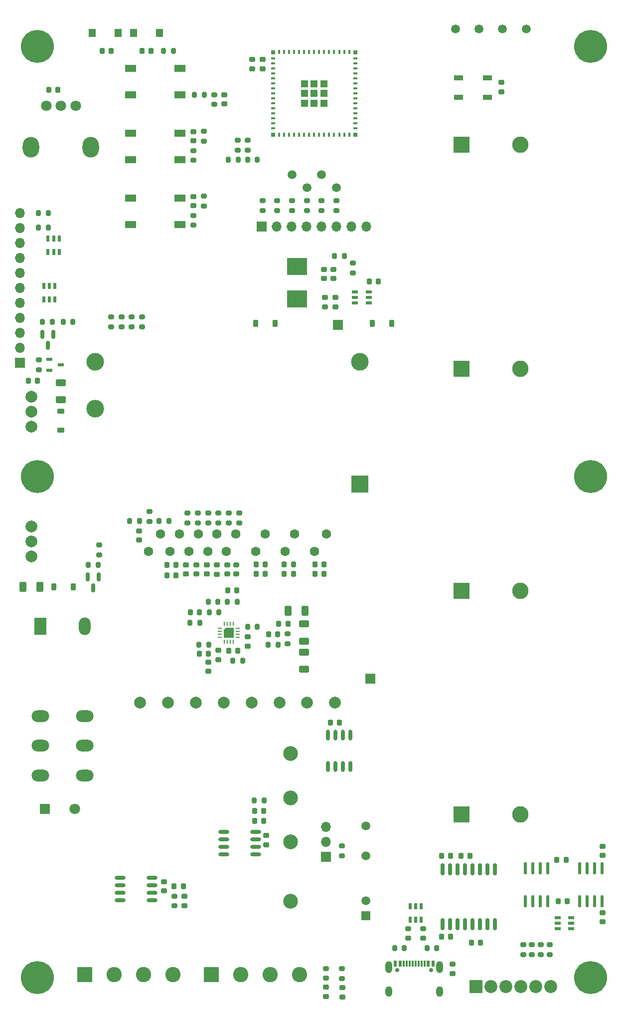
<source format=gbr>
%TF.GenerationSoftware,KiCad,Pcbnew,7.0.6*%
%TF.CreationDate,2023-12-09T00:06:22+01:00*%
%TF.ProjectId,MecProInverter,4d656350-726f-4496-9e76-65727465722e,rev?*%
%TF.SameCoordinates,Original*%
%TF.FileFunction,Soldermask,Top*%
%TF.FilePolarity,Negative*%
%FSLAX46Y46*%
G04 Gerber Fmt 4.6, Leading zero omitted, Abs format (unit mm)*
G04 Created by KiCad (PCBNEW 7.0.6) date 2023-12-09 00:06:22*
%MOMM*%
%LPD*%
G01*
G04 APERTURE LIST*
G04 Aperture macros list*
%AMRoundRect*
0 Rectangle with rounded corners*
0 $1 Rounding radius*
0 $2 $3 $4 $5 $6 $7 $8 $9 X,Y pos of 4 corners*
0 Add a 4 corners polygon primitive as box body*
4,1,4,$2,$3,$4,$5,$6,$7,$8,$9,$2,$3,0*
0 Add four circle primitives for the rounded corners*
1,1,$1+$1,$2,$3*
1,1,$1+$1,$4,$5*
1,1,$1+$1,$6,$7*
1,1,$1+$1,$8,$9*
0 Add four rect primitives between the rounded corners*
20,1,$1+$1,$2,$3,$4,$5,0*
20,1,$1+$1,$4,$5,$6,$7,0*
20,1,$1+$1,$6,$7,$8,$9,0*
20,1,$1+$1,$8,$9,$2,$3,0*%
%AMFreePoly0*
4,1,6,0.850038,-0.850038,-0.849987,-0.850038,-0.849987,0.499975,-0.499975,0.849987,0.850038,0.849987,0.850038,-0.850038,0.850038,-0.850038,$1*%
G04 Aperture macros list end*
%ADD10RoundRect,0.225000X-0.250000X0.225000X-0.250000X-0.225000X0.250000X-0.225000X0.250000X0.225000X0*%
%ADD11RoundRect,0.218750X0.256250X-0.218750X0.256250X0.218750X-0.256250X0.218750X-0.256250X-0.218750X0*%
%ADD12C,1.500000*%
%ADD13RoundRect,0.225000X0.250000X-0.225000X0.250000X0.225000X-0.250000X0.225000X-0.250000X-0.225000X0*%
%ADD14RoundRect,0.200000X0.200000X0.275000X-0.200000X0.275000X-0.200000X-0.275000X0.200000X-0.275000X0*%
%ADD15RoundRect,0.218750X-0.256250X0.218750X-0.256250X-0.218750X0.256250X-0.218750X0.256250X0.218750X0*%
%ADD16RoundRect,0.225000X-0.225000X-0.250000X0.225000X-0.250000X0.225000X0.250000X-0.225000X0.250000X0*%
%ADD17RoundRect,0.200000X0.275000X-0.200000X0.275000X0.200000X-0.275000X0.200000X-0.275000X-0.200000X0*%
%ADD18RoundRect,0.218750X-0.218750X-0.256250X0.218750X-0.256250X0.218750X0.256250X-0.218750X0.256250X0*%
%ADD19RoundRect,0.225000X0.225000X0.250000X-0.225000X0.250000X-0.225000X-0.250000X0.225000X-0.250000X0*%
%ADD20C,2.000000*%
%ADD21R,1.500000X1.500000*%
%ADD22RoundRect,0.200000X-0.275000X0.200000X-0.275000X-0.200000X0.275000X-0.200000X0.275000X0.200000X0*%
%ADD23R,0.532004X1.072009*%
%ADD24R,1.900000X1.300000*%
%ADD25RoundRect,0.250000X0.312500X0.625000X-0.312500X0.625000X-0.312500X-0.625000X0.312500X-0.625000X0*%
%ADD26R,1.700000X1.700000*%
%ADD27O,1.700000X1.700000*%
%ADD28RoundRect,0.250000X0.625000X-0.312500X0.625000X0.312500X-0.625000X0.312500X-0.625000X-0.312500X0*%
%ADD29RoundRect,0.150000X-0.150000X0.587500X-0.150000X-0.587500X0.150000X-0.587500X0.150000X0.587500X0*%
%ADD30C,3.600000*%
%ADD31C,5.600000*%
%ADD32R,1.500000X0.900000*%
%ADD33RoundRect,0.250000X-0.625000X0.312500X-0.625000X-0.312500X0.625000X-0.312500X0.625000X0.312500X0*%
%ADD34O,3.000000X2.000000*%
%ADD35R,2.000000X3.000000*%
%ADD36O,2.000000X3.000000*%
%ADD37R,1.070003X0.532004*%
%ADD38RoundRect,0.225000X0.225000X0.375000X-0.225000X0.375000X-0.225000X-0.375000X0.225000X-0.375000X0*%
%ADD39RoundRect,0.200000X-0.200000X-0.275000X0.200000X-0.275000X0.200000X0.275000X-0.200000X0.275000X0*%
%ADD40R,2.600000X2.600000*%
%ADD41C,2.600000*%
%ADD42RoundRect,0.225000X-0.225000X-0.375000X0.225000X-0.375000X0.225000X0.375000X-0.225000X0.375000X0*%
%ADD43R,1.229997X1.359995*%
%ADD44R,1.072009X0.532004*%
%ADD45RoundRect,0.218750X0.218750X0.256250X-0.218750X0.256250X-0.218750X-0.256250X0.218750X-0.256250X0*%
%ADD46R,2.200000X2.200000*%
%ADD47C,2.200000*%
%ADD48C,0.700025*%
%ADD49R,0.600000X1.100000*%
%ADD50R,0.300000X1.100000*%
%ADD51O,1.200000X2.000000*%
%ADD52O,1.200000X1.800000*%
%ADD53RoundRect,0.150000X0.150000X-0.875000X0.150000X0.875000X-0.150000X0.875000X-0.150000X-0.875000X0*%
%ADD54O,0.588011X2.045009*%
%ADD55O,1.864999X0.629997*%
%ADD56R,0.800000X0.280010*%
%ADD57R,0.280010X0.800000*%
%ADD58FreePoly0,0.000000*%
%ADD59C,1.800000*%
%ADD60O,2.800000X3.500000*%
%ADD61R,3.500000X2.950000*%
%ADD62O,0.629997X1.864999*%
%ADD63R,0.800000X0.400000*%
%ADD64R,0.400000X0.800000*%
%ADD65R,0.800000X0.800000*%
%ADD66R,1.200000X1.200000*%
%ADD67RoundRect,0.225000X-0.375000X0.225000X-0.375000X-0.225000X0.375000X-0.225000X0.375000X0.225000X0*%
%ADD68R,3.000000X3.000000*%
%ADD69C,3.000000*%
%ADD70R,1.800000X1.800000*%
%ADD71R,2.794000X2.794000*%
%ADD72C,2.794000*%
%ADD73C,1.600000*%
%ADD74C,2.500000*%
G04 APERTURE END LIST*
D10*
%TO.C,C49*%
X195000000Y-204975000D03*
X195000000Y-206525000D03*
%TD*%
D11*
%TO.C,D3V3*%
X150800000Y-219287500D03*
X150800000Y-217712500D03*
%TD*%
D12*
%TO.C,TP1*%
X142250000Y-79750000D03*
%TD*%
D13*
%TO.C,C23*%
X137250000Y-61775000D03*
X137250000Y-60225000D03*
%TD*%
D14*
%TO.C,R19*%
X101500000Y-104750000D03*
X99850000Y-104750000D03*
%TD*%
D15*
%TO.C,D8*%
X128000000Y-162462500D03*
X128000000Y-164037500D03*
%TD*%
D16*
%TO.C,C35*%
X167627000Y-195326000D03*
X169177000Y-195326000D03*
%TD*%
D10*
%TO.C,C25*%
X147700000Y-95825000D03*
X147700000Y-97375000D03*
%TD*%
D13*
%TO.C,C22*%
X149600000Y-102175000D03*
X149600000Y-100625000D03*
%TD*%
D17*
%TO.C,R57*%
X99250000Y-112825000D03*
X99250000Y-111175000D03*
%TD*%
D18*
%TO.C,D9*%
X135864500Y-189428000D03*
X137439500Y-189428000D03*
%TD*%
D19*
%TO.C,C18*%
X137675000Y-147500000D03*
X136125000Y-147500000D03*
%TD*%
D17*
%TO.C,R29*%
X111500000Y-105575000D03*
X111500000Y-103925000D03*
%TD*%
D20*
%TO.C,Fan1*%
X98000000Y-122540005D03*
X98000000Y-120000000D03*
X98000000Y-117459995D03*
%TD*%
D21*
%TO.C,U12*%
X154750000Y-205500000D03*
D12*
X154750000Y-202960000D03*
X154750000Y-195340000D03*
X154750000Y-190260000D03*
%TD*%
D22*
%TO.C,R26*%
X137250000Y-84175000D03*
X137250000Y-85825000D03*
%TD*%
D23*
%TO.C,U20*%
X100050038Y-100899098D03*
X101000000Y-100899098D03*
X101949962Y-100899098D03*
X101949962Y-98600902D03*
X101000000Y-98600902D03*
X100050038Y-98600902D03*
%TD*%
D10*
%TO.C,C11*%
X129500000Y-146000000D03*
X129500000Y-147550000D03*
%TD*%
%TO.C,C5*%
X177800000Y-64125000D03*
X177800000Y-65675000D03*
%TD*%
D14*
%TO.C,R23*%
X122075000Y-58750000D03*
X120425000Y-58750000D03*
%TD*%
D24*
%TO.C,SW2*%
X114799924Y-72749987D03*
X123199975Y-72749987D03*
X114799924Y-77249860D03*
X123199975Y-77249860D03*
%TD*%
D25*
%TO.C,R64*%
X144462500Y-153750000D03*
X141537500Y-153750000D03*
%TD*%
D23*
%TO.C,U14*%
X162300038Y-206149098D03*
X163250000Y-206149098D03*
X164199962Y-206149098D03*
X164199962Y-203850902D03*
X163250000Y-203850902D03*
X162300038Y-203850902D03*
%TD*%
D12*
%TO.C,TP2*%
X144750000Y-82000000D03*
%TD*%
D17*
%TO.C,R54*%
X144750000Y-85825000D03*
X144750000Y-84175000D03*
%TD*%
%TO.C,R4*%
X133000000Y-75575000D03*
X133000000Y-73925000D03*
%TD*%
D26*
%TO.C,J7*%
X96000000Y-111700000D03*
D27*
X96000000Y-109160000D03*
X96000000Y-106620000D03*
X96000000Y-104080000D03*
X96000000Y-101540000D03*
X96000000Y-99000000D03*
X96000000Y-96460000D03*
X96000000Y-93920000D03*
X96000000Y-91380000D03*
X96000000Y-88840000D03*
X96000000Y-86300000D03*
%TD*%
D16*
%TO.C,C54*%
X131300000Y-150250000D03*
X132850000Y-150250000D03*
%TD*%
D28*
%TO.C,R63*%
X144250000Y-163675000D03*
X144250000Y-160750000D03*
%TD*%
D13*
%TO.C,C45*%
X120500000Y-201275000D03*
X120500000Y-199725000D03*
%TD*%
D29*
%TO.C,Q1*%
X109400000Y-148000000D03*
X107500000Y-148000000D03*
X108450000Y-149875000D03*
%TD*%
D13*
%TO.C,C30*%
X125500000Y-85025000D03*
X125500000Y-83475000D03*
%TD*%
D14*
%TO.C,R62*%
X126575000Y-155750000D03*
X124925000Y-155750000D03*
%TD*%
D30*
%TO.C,H1*%
X99000000Y-216000000D03*
D31*
X99000000Y-216000000D03*
%TD*%
D16*
%TO.C,C56*%
X126475000Y-161000000D03*
X128025000Y-161000000D03*
%TD*%
D32*
%TO.C,D3*%
X170550000Y-63350000D03*
X170550000Y-66650000D03*
X175450000Y-66650000D03*
X175450000Y-63350000D03*
%TD*%
D17*
%TO.C,R49*%
X181500000Y-212075000D03*
X181500000Y-210425000D03*
%TD*%
D22*
%TO.C,R50*%
X183000000Y-210425000D03*
X183000000Y-212075000D03*
%TD*%
D33*
%TO.C,R31*%
X103000000Y-115037500D03*
X103000000Y-117962500D03*
%TD*%
D12*
%TO.C,TP3*%
X147250000Y-79750000D03*
%TD*%
D34*
%TO.C,K2*%
X107000000Y-176650000D03*
X99500000Y-176650000D03*
X107000000Y-171610000D03*
X99500000Y-171610000D03*
X107000000Y-181690000D03*
X99500000Y-181690000D03*
D35*
X99500000Y-156350000D03*
D36*
X107000000Y-156350000D03*
%TD*%
D20*
%TO.C,Fan2*%
X98000000Y-144540005D03*
X98000000Y-142000000D03*
X98000000Y-139459995D03*
%TD*%
D22*
%TO.C,R14*%
X148000000Y-214425000D03*
X148000000Y-216075000D03*
%TD*%
D37*
%TO.C,U18*%
X101009779Y-111050038D03*
X101009779Y-112949962D03*
X102990221Y-112000000D03*
%TD*%
D38*
%TO.C,D6*%
X139400000Y-105000000D03*
X136100000Y-105000000D03*
%TD*%
D39*
%TO.C,R66*%
X165175000Y-211000000D03*
X166825000Y-211000000D03*
%TD*%
D24*
%TO.C,SW1*%
X114799924Y-61749987D03*
X123199975Y-61749987D03*
X114799924Y-66249860D03*
X123199975Y-66249860D03*
%TD*%
D17*
%TO.C,R8*%
X128000000Y-138825000D03*
X128000000Y-137175000D03*
%TD*%
D40*
%TO.C,J4*%
X128500000Y-215500000D03*
D41*
X133500000Y-215500000D03*
X138500000Y-215500000D03*
X143500000Y-215500000D03*
%TD*%
D14*
%TO.C,R11*%
X151125000Y-93600000D03*
X149475000Y-93600000D03*
%TD*%
D19*
%TO.C,C41*%
X137427000Y-187678000D03*
X135877000Y-187678000D03*
%TD*%
D42*
%TO.C,D4*%
X101800000Y-149687500D03*
X105100000Y-149687500D03*
%TD*%
D22*
%TO.C,R51*%
X184500000Y-210425000D03*
X184500000Y-212075000D03*
%TD*%
D30*
%TO.C,H6*%
X193000000Y-58000000D03*
D31*
X193000000Y-58000000D03*
%TD*%
D13*
%TO.C,C38*%
X134750000Y-159750000D03*
X134750000Y-158200000D03*
%TD*%
D39*
%TO.C,R35*%
X132175000Y-162250000D03*
X133825000Y-162250000D03*
%TD*%
D13*
%TO.C,C43*%
X137850000Y-193430004D03*
X137850000Y-191880004D03*
%TD*%
D39*
%TO.C,R41*%
X114675000Y-138500000D03*
X116325000Y-138500000D03*
%TD*%
D16*
%TO.C,C24*%
X155350000Y-97900000D03*
X156900000Y-97900000D03*
%TD*%
D19*
%TO.C,C55*%
X139800000Y-157750000D03*
X138250000Y-157750000D03*
%TD*%
D43*
%TO.C,Reset*%
X115315088Y-55750000D03*
X119684912Y-55750000D03*
%TD*%
D44*
%TO.C,U5*%
X152950902Y-99650038D03*
X152950902Y-100600000D03*
X152950902Y-101549962D03*
X155249098Y-101549962D03*
X155249098Y-100600000D03*
X155249098Y-99650038D03*
%TD*%
D22*
%TO.C,R17*%
X127250000Y-83425000D03*
X127250000Y-85075000D03*
%TD*%
D19*
%TO.C,C31*%
X111525000Y-58750000D03*
X109975000Y-58750000D03*
%TD*%
D17*
%TO.C,R10*%
X124500000Y-138825000D03*
X124500000Y-137175000D03*
%TD*%
D39*
%TO.C,R40*%
X119675000Y-138500000D03*
X121325000Y-138500000D03*
%TD*%
D17*
%TO.C,R58*%
X113250000Y-105575000D03*
X113250000Y-103925000D03*
%TD*%
D39*
%TO.C,R2*%
X99175000Y-86250000D03*
X100825000Y-86250000D03*
%TD*%
D45*
%TO.C,D10*%
X123787500Y-200500000D03*
X122212500Y-200500000D03*
%TD*%
D22*
%TO.C,R27*%
X139750000Y-84175000D03*
X139750000Y-85825000D03*
%TD*%
D46*
%TO.C,J3*%
X173460000Y-217500000D03*
D47*
X176000000Y-217500000D03*
X178540000Y-217500000D03*
X181080000Y-217500000D03*
X183620000Y-217500000D03*
X186160000Y-217500000D03*
%TD*%
D13*
%TO.C,C37*%
X169500000Y-215275000D03*
X169500000Y-213725000D03*
%TD*%
D30*
%TO.C,H5*%
X99000000Y-58000000D03*
D31*
X99000000Y-58000000D03*
%TD*%
D48*
%TO.C,U3*%
X160110109Y-214695072D03*
X165890145Y-214695072D03*
D49*
X159799975Y-213624968D03*
X160600076Y-213624968D03*
D50*
X161250064Y-213624968D03*
X161750191Y-213624968D03*
X162250064Y-213624968D03*
X162749936Y-213624968D03*
X163250064Y-213624968D03*
X163749936Y-213624968D03*
X164250064Y-213624968D03*
X164750191Y-213624968D03*
D49*
X165400178Y-213624968D03*
X166200025Y-213624968D03*
D51*
X158675006Y-214174879D03*
D52*
X158675006Y-218375032D03*
D51*
X167324994Y-214174879D03*
D52*
X167324994Y-218375032D03*
%TD*%
D19*
%TO.C,C32*%
X99025000Y-114750000D03*
X97475000Y-114750000D03*
%TD*%
D53*
%TO.C,U2*%
X167805000Y-206900000D03*
X169075000Y-206900000D03*
X170345000Y-206900000D03*
X171615000Y-206900000D03*
X172885000Y-206900000D03*
X174155000Y-206900000D03*
X175425000Y-206900000D03*
X176695000Y-206900000D03*
X176695000Y-197600000D03*
X175425000Y-197600000D03*
X174155000Y-197600000D03*
X172885000Y-197600000D03*
X171615000Y-197600000D03*
X170345000Y-197600000D03*
X169075000Y-197600000D03*
X167805000Y-197600000D03*
%TD*%
D22*
%TO.C,R37*%
X162000000Y-207675000D03*
X162000000Y-209325000D03*
%TD*%
%TO.C,R36*%
X164500000Y-207675000D03*
X164500000Y-209325000D03*
%TD*%
D54*
%TO.C,U15*%
X185655004Y-197477584D03*
X184385001Y-197477584D03*
X183114999Y-197477584D03*
X181844996Y-197477584D03*
X181844996Y-203022416D03*
X183114999Y-203022416D03*
X184385001Y-203022416D03*
X185655004Y-203022416D03*
%TD*%
D17*
%TO.C,R55*%
X147250000Y-85825000D03*
X147250000Y-84175000D03*
%TD*%
D19*
%TO.C,C20*%
X122525000Y-147750000D03*
X120975000Y-147750000D03*
%TD*%
D16*
%TO.C,C39*%
X131475000Y-160500000D03*
X133025000Y-160500000D03*
%TD*%
D17*
%TO.C,R15*%
X129000000Y-67825000D03*
X129000000Y-66175000D03*
%TD*%
D54*
%TO.C,U16*%
X194905004Y-197477584D03*
X193635001Y-197477584D03*
X192364999Y-197477584D03*
X191094996Y-197477584D03*
X191094996Y-203022416D03*
X192364999Y-203022416D03*
X193635001Y-203022416D03*
X194905004Y-203022416D03*
%TD*%
D17*
%TO.C,R53*%
X142250000Y-85825000D03*
X142250000Y-84175000D03*
%TD*%
D30*
%TO.C,H4*%
X99000000Y-131000000D03*
D31*
X99000000Y-131000000D03*
%TD*%
D25*
%TO.C,R18*%
X99412500Y-149687500D03*
X96487500Y-149687500D03*
%TD*%
D22*
%TO.C,R44*%
X122250000Y-202175000D03*
X122250000Y-203825000D03*
%TD*%
D19*
%TO.C,C7*%
X118275000Y-58750000D03*
X116725000Y-58750000D03*
%TD*%
D22*
%TO.C,R30*%
X116750000Y-103925000D03*
X116750000Y-105575000D03*
%TD*%
D17*
%TO.C,R48*%
X109450000Y-144262500D03*
X109450000Y-142612500D03*
%TD*%
D24*
%TO.C,SW3*%
X114799924Y-83749987D03*
X123199975Y-83749987D03*
X114799924Y-88249860D03*
X123199975Y-88249860D03*
%TD*%
D26*
%TO.C,J8*%
X155500000Y-165250000D03*
%TD*%
D39*
%TO.C,R33*%
X131250000Y-152250000D03*
X132900000Y-152250000D03*
%TD*%
D23*
%TO.C,U19*%
X100800038Y-92899098D03*
X101750000Y-92899098D03*
X102699962Y-92899098D03*
X102699962Y-90600902D03*
X101750000Y-90600902D03*
X100800038Y-90600902D03*
%TD*%
D13*
%TO.C,C29*%
X125500000Y-74025000D03*
X125500000Y-72475000D03*
%TD*%
D28*
%TO.C,R46*%
X144250000Y-158925000D03*
X144250000Y-156000000D03*
%TD*%
D13*
%TO.C,C42*%
X124000000Y-203775000D03*
X124000000Y-202225000D03*
%TD*%
D12*
%TO.C,TP5*%
X182000000Y-55000000D03*
%TD*%
D22*
%TO.C,R16*%
X127250000Y-72425000D03*
X127250000Y-74075000D03*
%TD*%
D14*
%TO.C,R24*%
X136325000Y-77250000D03*
X134675000Y-77250000D03*
%TD*%
D18*
%TO.C,D11*%
X139962500Y-156000000D03*
X141537500Y-156000000D03*
%TD*%
D12*
%TO.C,TP8*%
X174000000Y-55000000D03*
%TD*%
D17*
%TO.C,R6*%
X131500000Y-138825000D03*
X131500000Y-137175000D03*
%TD*%
D16*
%TO.C,C47*%
X187225000Y-196000000D03*
X188775000Y-196000000D03*
%TD*%
%TO.C,C15*%
X140925000Y-145900000D03*
X142475000Y-145900000D03*
%TD*%
D55*
%TO.C,U10*%
X130667501Y-191250000D03*
X130667501Y-192520003D03*
X130667501Y-193790005D03*
X130667501Y-195060008D03*
X136032499Y-195060008D03*
X136032499Y-193790005D03*
X136032499Y-192520003D03*
X136032499Y-191250000D03*
%TD*%
D30*
%TO.C,H2*%
X193000000Y-131000000D03*
D31*
X193000000Y-131000000D03*
%TD*%
D17*
%TO.C,R42*%
X150750000Y-195325000D03*
X150750000Y-193675000D03*
%TD*%
D55*
%TO.C,U11*%
X113067501Y-199094996D03*
X113067501Y-200364999D03*
X113067501Y-201635001D03*
X113067501Y-202905004D03*
X118432499Y-202905004D03*
X118432499Y-201635001D03*
X118432499Y-200364999D03*
X118432499Y-199094996D03*
%TD*%
D16*
%TO.C,C46*%
X187475000Y-203000000D03*
X189025000Y-203000000D03*
%TD*%
D13*
%TO.C,C48*%
X195000000Y-195275000D03*
X195000000Y-193725000D03*
%TD*%
D10*
%TO.C,C51*%
X116250000Y-140225000D03*
X116250000Y-141775000D03*
%TD*%
D26*
%TO.C,J5*%
X137110000Y-88600000D03*
D27*
X139650000Y-88600000D03*
X142190000Y-88600000D03*
X144730000Y-88600000D03*
X147270000Y-88600000D03*
X149810000Y-88600000D03*
X152350000Y-88600000D03*
X154890000Y-88600000D03*
%TD*%
D19*
%TO.C,C6*%
X122525000Y-146000000D03*
X120975000Y-146000000D03*
%TD*%
D26*
%TO.C,J9*%
X150000000Y-105250000D03*
%TD*%
D10*
%TO.C,C8*%
X124250000Y-145975000D03*
X124250000Y-147525000D03*
%TD*%
D56*
%TO.C,U8*%
X130000000Y-156750064D03*
X130000000Y-157249936D03*
X130000000Y-157750064D03*
X130000000Y-158249936D03*
D57*
X130750064Y-159000000D03*
X131249936Y-159000000D03*
X131750064Y-159000000D03*
X132249936Y-159000000D03*
D56*
X133000000Y-158249936D03*
X133000000Y-157750064D03*
X133000000Y-157249936D03*
X133000000Y-156750064D03*
D57*
X132249936Y-156000000D03*
X131750064Y-156000000D03*
X131249936Y-156000000D03*
X130750064Y-156000000D03*
D58*
X131500127Y-157500127D03*
%TD*%
D17*
%TO.C,R9*%
X126250000Y-138825000D03*
X126250000Y-137175000D03*
%TD*%
D10*
%TO.C,C28*%
X130750000Y-66225000D03*
X130750000Y-67775000D03*
%TD*%
D17*
%TO.C,R56*%
X149750000Y-85825000D03*
X149750000Y-84175000D03*
%TD*%
D30*
%TO.C,H3*%
X193000000Y-216000000D03*
D31*
X193000000Y-216000000D03*
%TD*%
D10*
%TO.C,C9*%
X126000000Y-145975000D03*
X126000000Y-147525000D03*
%TD*%
D22*
%TO.C,R13*%
X150750000Y-214500000D03*
X150750000Y-216150000D03*
%TD*%
D14*
%TO.C,R38*%
X105000000Y-104750000D03*
X103350000Y-104750000D03*
%TD*%
%TO.C,R28*%
X109275000Y-145937500D03*
X107625000Y-145937500D03*
%TD*%
D22*
%TO.C,R52*%
X186000000Y-210425000D03*
X186000000Y-212075000D03*
%TD*%
D17*
%TO.C,R59*%
X115000000Y-105575000D03*
X115000000Y-103925000D03*
%TD*%
D16*
%TO.C,C19*%
X136125000Y-145900000D03*
X137675000Y-145900000D03*
%TD*%
D19*
%TO.C,C26*%
X150275000Y-172750000D03*
X148725000Y-172750000D03*
%TD*%
D16*
%TO.C,C33*%
X167627000Y-209042000D03*
X169177000Y-209042000D03*
%TD*%
D39*
%TO.C,R39*%
X134675000Y-156500000D03*
X136325000Y-156500000D03*
%TD*%
D19*
%TO.C,C53*%
X126525000Y-154000000D03*
X124975000Y-154000000D03*
%TD*%
%TO.C,C50*%
X102475000Y-65400000D03*
X100925000Y-65400000D03*
%TD*%
D16*
%TO.C,C34*%
X172707000Y-210058000D03*
X174257000Y-210058000D03*
%TD*%
D22*
%TO.C,R60*%
X118000000Y-136925000D03*
X118000000Y-138575000D03*
%TD*%
D39*
%TO.C,R20*%
X125675000Y-66250000D03*
X127325000Y-66250000D03*
%TD*%
D59*
%TO.C,U21*%
X105500127Y-68064478D03*
X103000000Y-68064478D03*
X100500127Y-68064478D03*
D60*
X108080010Y-75064478D03*
X97919990Y-75064478D03*
%TD*%
D61*
%TO.C,L1*%
X143100000Y-100800000D03*
X143100000Y-95350000D03*
%TD*%
D39*
%TO.C,R43*%
X135827000Y-185928000D03*
X137477000Y-185928000D03*
%TD*%
D40*
%TO.C,J10*%
X107000000Y-215500000D03*
D41*
X112000000Y-215500000D03*
X117000000Y-215500000D03*
X122000000Y-215500000D03*
%TD*%
D22*
%TO.C,R47*%
X141500000Y-157675000D03*
X141500000Y-159325000D03*
%TD*%
D11*
%TO.C,D15V1*%
X148000000Y-219187500D03*
X148000000Y-217612500D03*
%TD*%
D17*
%TO.C,R21*%
X125500000Y-77325000D03*
X125500000Y-75675000D03*
%TD*%
D10*
%TO.C,C13*%
X132750000Y-145975000D03*
X132750000Y-147525000D03*
%TD*%
D17*
%TO.C,R22*%
X125500000Y-88325000D03*
X125500000Y-86675000D03*
%TD*%
D13*
%TO.C,C21*%
X147800000Y-102175000D03*
X147800000Y-100625000D03*
%TD*%
D14*
%TO.C,R67*%
X161325000Y-211000000D03*
X159675000Y-211000000D03*
%TD*%
D12*
%TO.C,TP6*%
X178000000Y-55000000D03*
%TD*%
D17*
%TO.C,R5*%
X133250000Y-138825000D03*
X133250000Y-137175000D03*
%TD*%
D62*
%TO.C,U9*%
X148344996Y-180182499D03*
X149614999Y-180182499D03*
X150885001Y-180182499D03*
X152155004Y-180182499D03*
X152155004Y-174817501D03*
X150885001Y-174817501D03*
X149614999Y-174817501D03*
X148344996Y-174817501D03*
%TD*%
D17*
%TO.C,R32*%
X134750000Y-75575000D03*
X134750000Y-73925000D03*
%TD*%
D12*
%TO.C,TP7*%
X170000000Y-55000000D03*
%TD*%
D17*
%TO.C,R7*%
X129750000Y-138825000D03*
X129750000Y-137175000D03*
%TD*%
D14*
%TO.C,R61*%
X129825000Y-154000000D03*
X128175000Y-154000000D03*
%TD*%
D12*
%TO.C,TP4*%
X149750000Y-82000000D03*
%TD*%
D14*
%TO.C,R65*%
X128075000Y-159500000D03*
X126425000Y-159500000D03*
%TD*%
%TO.C,R45*%
X139850000Y-159500000D03*
X138200000Y-159500000D03*
%TD*%
%TO.C,R25*%
X133075000Y-77250000D03*
X131425000Y-77250000D03*
%TD*%
D19*
%TO.C,C14*%
X142475000Y-147500000D03*
X140925000Y-147500000D03*
%TD*%
%TO.C,C36*%
X172479000Y-195326000D03*
X170929000Y-195326000D03*
%TD*%
D22*
%TO.C,R12*%
X152600000Y-94775000D03*
X152600000Y-96425000D03*
%TD*%
D10*
%TO.C,C10*%
X127750000Y-145975000D03*
X127750000Y-147525000D03*
%TD*%
%TO.C,C12*%
X131250000Y-145975000D03*
X131250000Y-147525000D03*
%TD*%
D63*
%TO.C,U1*%
X139024892Y-60024892D03*
X139024892Y-60874778D03*
X139024892Y-61724917D03*
X139024892Y-62574803D03*
X139024892Y-63424943D03*
X139024892Y-64274829D03*
X139024892Y-65124968D03*
X139024892Y-65974854D03*
X139024892Y-66824740D03*
X139024892Y-67674879D03*
X139024892Y-68524765D03*
X139024892Y-69374905D03*
X139024892Y-70224790D03*
X139024892Y-71074930D03*
X139024892Y-71924816D03*
D64*
X140050038Y-73000000D03*
X140899924Y-73000000D03*
X141750064Y-73000000D03*
X142599949Y-73000000D03*
X143450089Y-73000000D03*
X144299975Y-73000000D03*
X145150114Y-73000000D03*
X146000000Y-73000000D03*
X146849886Y-73000000D03*
X147700025Y-73000000D03*
X148549911Y-73000000D03*
X149400051Y-73000000D03*
X150249936Y-73000000D03*
X151100076Y-73000000D03*
X151949962Y-73000000D03*
D63*
X152975108Y-71924816D03*
X152975108Y-71074930D03*
X152975108Y-70224790D03*
X152975108Y-69374905D03*
X152975108Y-68524765D03*
X152975108Y-67674879D03*
X152975108Y-66824740D03*
X152975108Y-65974854D03*
X152975108Y-65124968D03*
X152975108Y-64274829D03*
X152975108Y-63424943D03*
X152975108Y-62574803D03*
X152975108Y-61724917D03*
X152975108Y-60874778D03*
X152975108Y-60024892D03*
D64*
X151949962Y-58949962D03*
X151100076Y-58949962D03*
X150249936Y-58949962D03*
X149400051Y-58949962D03*
X148549911Y-58949962D03*
X147700025Y-58949962D03*
X146849886Y-58949962D03*
X146000000Y-58949962D03*
X145150114Y-58949962D03*
X144299975Y-58949962D03*
X143450089Y-58949962D03*
X142599949Y-58949962D03*
X141750064Y-58949962D03*
X140899924Y-58949962D03*
X140050038Y-58949962D03*
D65*
X139000000Y-58974854D03*
X139000000Y-72974854D03*
D66*
X144350013Y-64324867D03*
X144350013Y-65974854D03*
X144350013Y-67624841D03*
X146000000Y-64324867D03*
X146000000Y-65974854D03*
X146000000Y-67624841D03*
X147649987Y-64324867D03*
X147649987Y-65974854D03*
X147649987Y-67624841D03*
D65*
X153000000Y-58974854D03*
X153000000Y-72974854D03*
%TD*%
D19*
%TO.C,C17*%
X147675000Y-147500000D03*
X146125000Y-147500000D03*
%TD*%
D43*
%TO.C,Boot*%
X108315088Y-55750000D03*
X112684912Y-55750000D03*
%TD*%
D44*
%TO.C,U17*%
X189649098Y-207699962D03*
X189649098Y-206750000D03*
X189649098Y-205800038D03*
X187350902Y-205800038D03*
X187350902Y-206750000D03*
X187350902Y-207699962D03*
%TD*%
D67*
%TO.C,D5*%
X103000000Y-119850000D03*
X103000000Y-123150000D03*
%TD*%
D13*
%TO.C,C27*%
X135500000Y-61775000D03*
X135500000Y-60225000D03*
%TD*%
D26*
%TO.C,J6*%
X148000000Y-195525000D03*
D27*
X148000000Y-192985000D03*
X148000000Y-190445000D03*
%TD*%
D16*
%TO.C,C16*%
X146125000Y-145900000D03*
X147675000Y-145900000D03*
%TD*%
D39*
%TO.C,R34*%
X128000000Y-152250000D03*
X129650000Y-152250000D03*
%TD*%
D13*
%TO.C,C52*%
X129750000Y-162025000D03*
X129750000Y-160475000D03*
%TD*%
D29*
%TO.C,Q2*%
X101700000Y-106875000D03*
X99800000Y-106875000D03*
X100750000Y-108750000D03*
%TD*%
D39*
%TO.C,R3*%
X99175000Y-88750000D03*
X100825000Y-88750000D03*
%TD*%
D10*
%TO.C,C40*%
X149300000Y-95825000D03*
X149300000Y-97375000D03*
%TD*%
D42*
%TO.C,D7*%
X155850000Y-105000000D03*
X159150000Y-105000000D03*
%TD*%
D68*
%TO.C,PS1*%
X153800000Y-132282500D03*
D69*
X153800000Y-111482500D03*
X108800000Y-111482500D03*
X108800000Y-119482500D03*
%TD*%
D70*
%TO.C,R1*%
X100250000Y-187375000D03*
D59*
X105330000Y-187375000D03*
%TD*%
D71*
%TO.C,C2*%
X171000000Y-112666750D03*
D72*
X181000000Y-112666750D03*
%TD*%
D71*
%TO.C,C1*%
X171000000Y-74666750D03*
D72*
X181000000Y-74666750D03*
%TD*%
D71*
%TO.C,C4*%
X171000000Y-188333500D03*
D72*
X181000000Y-188333500D03*
%TD*%
D71*
%TO.C,C3*%
X171000000Y-150333500D03*
D72*
X181000000Y-150333500D03*
%TD*%
D73*
%TO.C,U13*%
X148100203Y-140700025D03*
X146099949Y-143700025D03*
X142700152Y-140700025D03*
X141099949Y-143700025D03*
X137699898Y-140700025D03*
X136099949Y-143700025D03*
X132699898Y-140700025D03*
X131099949Y-143700025D03*
X129500000Y-140700025D03*
X127900051Y-143700025D03*
X126300102Y-140700025D03*
X124699898Y-143700025D03*
X123099949Y-140700025D03*
X121500000Y-143700025D03*
X119900051Y-140700025D03*
X117900051Y-143700025D03*
D20*
X116444882Y-169299975D03*
X121175133Y-169299975D03*
X125905131Y-169299975D03*
X130635128Y-169299975D03*
X135365126Y-169299975D03*
X140095123Y-169299975D03*
X144825121Y-169299975D03*
X149555118Y-169299975D03*
%TD*%
D74*
%TO.C,U4*%
X142000000Y-178000000D03*
X142000000Y-185500000D03*
X142000000Y-193000000D03*
X142000000Y-203000000D03*
%TD*%
M02*

</source>
